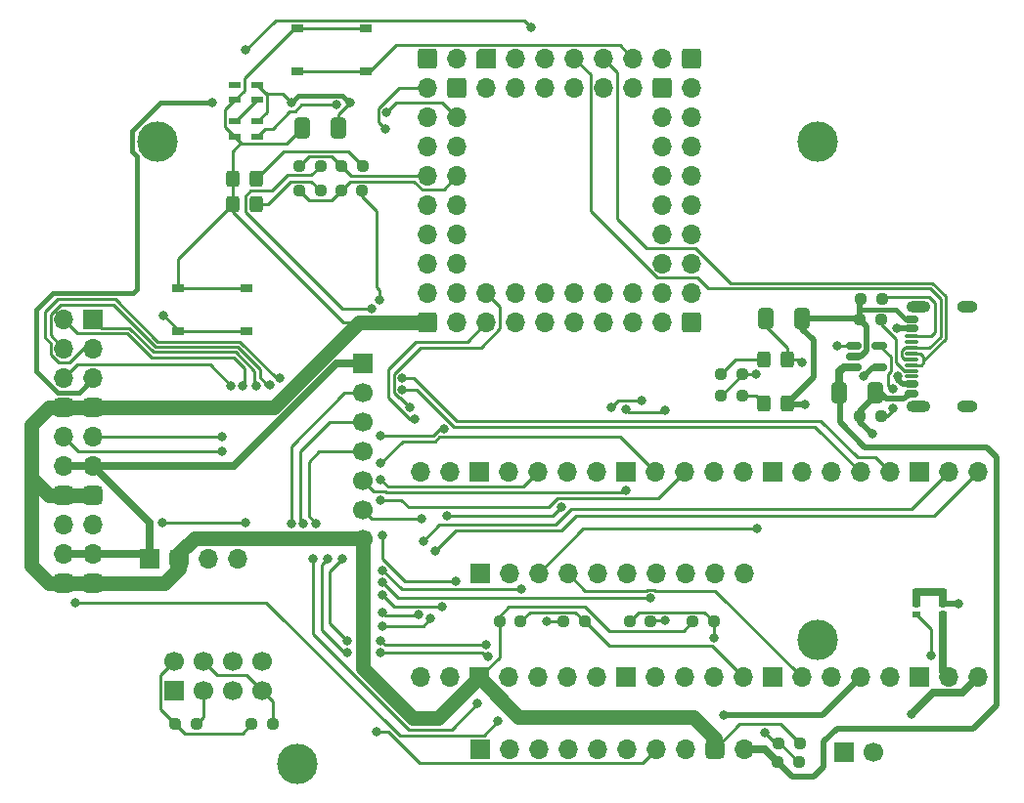
<source format=gbr>
%TF.GenerationSoftware,KiCad,Pcbnew,9.0.1*%
%TF.CreationDate,2025-04-18T18:57:09+02:00*%
%TF.ProjectId,hexapod2_cli,68657861-706f-4643-925f-636c692e6b69,rev?*%
%TF.SameCoordinates,Original*%
%TF.FileFunction,Copper,L1,Top*%
%TF.FilePolarity,Positive*%
%FSLAX46Y46*%
G04 Gerber Fmt 4.6, Leading zero omitted, Abs format (unit mm)*
G04 Created by KiCad (PCBNEW 9.0.1) date 2025-04-18 18:57:09*
%MOMM*%
%LPD*%
G01*
G04 APERTURE LIST*
G04 Aperture macros list*
%AMRoundRect*
0 Rectangle with rounded corners*
0 $1 Rounding radius*
0 $2 $3 $4 $5 $6 $7 $8 $9 X,Y pos of 4 corners*
0 Add a 4 corners polygon primitive as box body*
4,1,4,$2,$3,$4,$5,$6,$7,$8,$9,$2,$3,0*
0 Add four circle primitives for the rounded corners*
1,1,$1+$1,$2,$3*
1,1,$1+$1,$4,$5*
1,1,$1+$1,$6,$7*
1,1,$1+$1,$8,$9*
0 Add four rect primitives between the rounded corners*
20,1,$1+$1,$2,$3,$4,$5,0*
20,1,$1+$1,$4,$5,$6,$7,0*
20,1,$1+$1,$6,$7,$8,$9,0*
20,1,$1+$1,$8,$9,$2,$3,0*%
%AMOutline5P*
0 Free polygon, 5 corners , with rotation*
0 The origin of the aperture is its center*
0 number of corners: always 5*
0 $1 to $10 corner X, Y*
0 $11 Rotation angle, in degrees counterclockwise*
0 create outline with 5 corners*
4,1,5,$1,$2,$3,$4,$5,$6,$7,$8,$9,$10,$1,$2,$11*%
%AMOutline6P*
0 Free polygon, 6 corners , with rotation*
0 The origin of the aperture is its center*
0 number of corners: always 6*
0 $1 to $12 corner X, Y*
0 $13 Rotation angle, in degrees counterclockwise*
0 create outline with 6 corners*
4,1,6,$1,$2,$3,$4,$5,$6,$7,$8,$9,$10,$11,$12,$1,$2,$13*%
%AMOutline7P*
0 Free polygon, 7 corners , with rotation*
0 The origin of the aperture is its center*
0 number of corners: always 7*
0 $1 to $14 corner X, Y*
0 $15 Rotation angle, in degrees counterclockwise*
0 create outline with 7 corners*
4,1,7,$1,$2,$3,$4,$5,$6,$7,$8,$9,$10,$11,$12,$13,$14,$1,$2,$15*%
%AMOutline8P*
0 Free polygon, 8 corners , with rotation*
0 The origin of the aperture is its center*
0 number of corners: always 8*
0 $1 to $16 corner X, Y*
0 $17 Rotation angle, in degrees counterclockwise*
0 create outline with 8 corners*
4,1,8,$1,$2,$3,$4,$5,$6,$7,$8,$9,$10,$11,$12,$13,$14,$15,$16,$1,$2,$17*%
G04 Aperture macros list end*
%TA.AperFunction,ComponentPad*%
%ADD10R,1.700000X1.700000*%
%TD*%
%TA.AperFunction,ComponentPad*%
%ADD11O,1.700000X1.700000*%
%TD*%
%TA.AperFunction,SMDPad,CuDef*%
%ADD12RoundRect,0.150000X-0.512500X-0.150000X0.512500X-0.150000X0.512500X0.150000X-0.512500X0.150000X0*%
%TD*%
%TA.AperFunction,SMDPad,CuDef*%
%ADD13RoundRect,0.237500X0.250000X0.237500X-0.250000X0.237500X-0.250000X-0.237500X0.250000X-0.237500X0*%
%TD*%
%TA.AperFunction,ComponentPad*%
%ADD14RoundRect,0.425000X0.425000X-0.425000X0.425000X0.425000X-0.425000X0.425000X-0.425000X-0.425000X0*%
%TD*%
%TA.AperFunction,SMDPad,CuDef*%
%ADD15RoundRect,0.237500X-0.250000X-0.237500X0.250000X-0.237500X0.250000X0.237500X-0.250000X0.237500X0*%
%TD*%
%TA.AperFunction,SMDPad,CuDef*%
%ADD16R,1.000000X0.750000*%
%TD*%
%TA.AperFunction,SMDPad,CuDef*%
%ADD17R,0.700000X0.510000*%
%TD*%
%TA.AperFunction,ComponentPad*%
%ADD18C,1.700000*%
%TD*%
%TA.AperFunction,SMDPad,CuDef*%
%ADD19RoundRect,0.250000X0.325000X0.450000X-0.325000X0.450000X-0.325000X-0.450000X0.325000X-0.450000X0*%
%TD*%
%TA.AperFunction,SMDPad,CuDef*%
%ADD20RoundRect,0.250000X-0.325000X-0.450000X0.325000X-0.450000X0.325000X0.450000X-0.325000X0.450000X0*%
%TD*%
%TA.AperFunction,SMDPad,CuDef*%
%ADD21RoundRect,0.250000X-0.412500X-0.650000X0.412500X-0.650000X0.412500X0.650000X-0.412500X0.650000X0*%
%TD*%
%TA.AperFunction,SMDPad,CuDef*%
%ADD22R,1.000000X0.600000*%
%TD*%
%TA.AperFunction,SMDPad,CuDef*%
%ADD23RoundRect,0.150000X0.425000X-0.150000X0.425000X0.150000X-0.425000X0.150000X-0.425000X-0.150000X0*%
%TD*%
%TA.AperFunction,SMDPad,CuDef*%
%ADD24RoundRect,0.075000X0.500000X-0.075000X0.500000X0.075000X-0.500000X0.075000X-0.500000X-0.075000X0*%
%TD*%
%TA.AperFunction,HeatsinkPad*%
%ADD25O,2.100000X1.000000*%
%TD*%
%TA.AperFunction,HeatsinkPad*%
%ADD26O,1.800000X1.000000*%
%TD*%
%TA.AperFunction,ComponentPad*%
%ADD27RoundRect,0.250000X-0.600000X-0.600000X0.600000X-0.600000X0.600000X0.600000X-0.600000X0.600000X0*%
%TD*%
%TA.AperFunction,ComponentPad*%
%ADD28Outline5P,-0.850000X0.510000X-0.510000X0.850000X0.850000X0.850000X0.850000X-0.850000X-0.850000X-0.850000X0.000000*%
%TD*%
%TA.AperFunction,SMDPad,CuDef*%
%ADD29RoundRect,0.250000X0.412500X0.650000X-0.412500X0.650000X-0.412500X-0.650000X0.412500X-0.650000X0*%
%TD*%
%TA.AperFunction,ComponentPad*%
%ADD30RoundRect,0.425000X0.425000X0.425000X-0.425000X0.425000X-0.425000X-0.425000X0.425000X-0.425000X0*%
%TD*%
%TA.AperFunction,ViaPad*%
%ADD31C,3.500000*%
%TD*%
%TA.AperFunction,ViaPad*%
%ADD32C,0.800000*%
%TD*%
%TA.AperFunction,Conductor*%
%ADD33C,0.254000*%
%TD*%
%TA.AperFunction,Conductor*%
%ADD34C,1.270000*%
%TD*%
%TA.AperFunction,Conductor*%
%ADD35C,0.250000*%
%TD*%
%TA.AperFunction,Conductor*%
%ADD36C,0.381000*%
%TD*%
%TA.AperFunction,Conductor*%
%ADD37C,0.508000*%
%TD*%
%TA.AperFunction,Conductor*%
%ADD38C,0.635000*%
%TD*%
G04 APERTURE END LIST*
D10*
%TO.P,J2,1,Pin_1*%
%TO.N,unconnected-(J2-Pin_1-Pad1)*%
X131764000Y-109113400D03*
D11*
%TO.P,J2,2,Pin_2*%
%TO.N,unconnected-(J2-Pin_2-Pad2)*%
X134304000Y-109113400D03*
%TO.P,J2,3,Pin_3*%
%TO.N,/V_S_bat*%
X136844000Y-109113400D03*
%TO.P,J2,4,Pin_4*%
%TO.N,/V_pot*%
X139384000Y-109113400D03*
%TO.P,J2,5,Pin_5*%
%TO.N,/TX_SC*%
X141924000Y-109113400D03*
%TO.P,J2,6,Pin_6*%
%TO.N,/RX_SC*%
X144464000Y-109113400D03*
%TO.P,J2,7,Pin_7*%
%TO.N,/SPI_CS_3280*%
X147004000Y-109113400D03*
%TO.P,J2,8,Pin_8*%
%TO.N,/SPI_CLK_3280*%
X149544000Y-109113400D03*
%TO.P,J2,9,Pin_9*%
%TO.N,/SPI_RX_3280*%
X152084000Y-109113400D03*
%TO.P,J2,10,Pin_10*%
%TO.N,/SPI_TX_3280*%
X154624000Y-109113400D03*
%TD*%
D12*
%TO.P,U2,1,STAT*%
%TO.N,/STAT*%
X164089500Y-89347000D03*
%TO.P,U2,2,V_{SS}*%
%TO.N,GND1*%
X164089500Y-90297000D03*
%TO.P,U2,3,V_{BAT}*%
%TO.N,/Bat*%
X164089500Y-91247000D03*
%TO.P,U2,4,V_{DD}*%
%TO.N,Net-(D6-A)*%
X166364500Y-91247000D03*
%TO.P,U2,5,PROG*%
%TO.N,Net-(U2-PROG)*%
X166364500Y-89347000D03*
%TD*%
D13*
%TO.P,R5,1*%
%TO.N,/ADC0*%
X152019000Y-113284000D03*
%TO.P,R5,2*%
%TO.N,GND*%
X150194000Y-113284000D03*
%TD*%
D11*
%TO.P,U1,1,GPIO0*%
%TO.N,/RX_Cl*%
X174880000Y-100330000D03*
%TO.P,U1,2,GPIO1*%
%TO.N,/TX_Cl*%
X172340000Y-100330000D03*
D10*
%TO.P,U1,3,GND*%
%TO.N,GND1*%
X169800000Y-100330000D03*
D11*
%TO.P,U1,4,GPIO2*%
%TO.N,Net-(U1-GPIO2)*%
X167260000Y-100330000D03*
%TO.P,U1,5,GPIO3*%
%TO.N,Net-(U1-GPIO3)*%
X164720000Y-100330000D03*
%TO.P,U1,6,GPIO4*%
%TO.N,unconnected-(U1-GPIO4-Pad6)*%
X162180000Y-100330000D03*
%TO.P,U1,7,GPIO5*%
%TO.N,unconnected-(U1-GPIO5-Pad7)*%
X159640000Y-100330000D03*
D10*
%TO.P,U1,8,GND*%
%TO.N,unconnected-(U1-GND-Pad8)*%
X157100000Y-100330000D03*
D11*
%TO.P,U1,9,GPIO6*%
%TO.N,unconnected-(U1-GPIO6-Pad9)*%
X154560000Y-100330000D03*
%TO.P,U1,10,GPIO7*%
%TO.N,unconnected-(U1-GPIO7-Pad10)*%
X152020000Y-100330000D03*
%TO.P,U1,11,GPIO8*%
%TO.N,/_TX*%
X149480000Y-100330000D03*
%TO.P,U1,12,GPIO9*%
%TO.N,/_RX*%
X146940000Y-100330000D03*
D10*
%TO.P,U1,13,GND*%
%TO.N,unconnected-(U1-GND-Pad13)*%
X144400000Y-100330000D03*
D11*
%TO.P,U1,14,GPIO10*%
%TO.N,unconnected-(U1-GPIO10-Pad14)*%
X141860000Y-100330000D03*
%TO.P,U1,15,GPIO11*%
%TO.N,/_D2*%
X139320000Y-100330000D03*
%TO.P,U1,16,GPIO12*%
%TO.N,/_SDA*%
X136780000Y-100330000D03*
%TO.P,U1,17,GPIO13*%
%TO.N,/_SCL*%
X134240000Y-100330000D03*
D10*
%TO.P,U1,18,GND*%
%TO.N,unconnected-(U1-GND-Pad18)*%
X131700000Y-100330000D03*
D11*
%TO.P,U1,19,GPIO14*%
%TO.N,/TFT_BL*%
X129160000Y-100330000D03*
%TO.P,U1,20,GPIO15*%
%TO.N,unconnected-(U1-GPIO15-Pad20)*%
X126620000Y-100330000D03*
%TO.P,U1,21,GPIO16*%
%TO.N,/SPI_RX*%
X126620000Y-118110000D03*
%TO.P,U1,22,GPIO17*%
%TO.N,/TFT_CS*%
X129160000Y-118110000D03*
D10*
%TO.P,U1,23,GND*%
%TO.N,GND*%
X131700000Y-118110000D03*
D11*
%TO.P,U1,24,GPIO18*%
%TO.N,/TFT_CLK*%
X134240000Y-118110000D03*
%TO.P,U1,25,GPIO19*%
%TO.N,/TFT_TX*%
X136780000Y-118110000D03*
%TO.P,U1,26,GPIO20*%
%TO.N,/_D0*%
X139320000Y-118110000D03*
%TO.P,U1,27,GPIO21*%
%TO.N,/_D1*%
X141860000Y-118110000D03*
D10*
%TO.P,U1,28,GND*%
%TO.N,unconnected-(U1-GND-Pad28)*%
X144400000Y-118110000D03*
D11*
%TO.P,U1,29,GPIO22*%
%TO.N,/TFT_DC*%
X146940000Y-118110000D03*
%TO.P,U1,30,RUN*%
%TO.N,unconnected-(U1-RUN-Pad30)*%
X149480000Y-118110000D03*
%TO.P,U1,31,GPIO26_ADC0*%
%TO.N,/ADC0*%
X152020000Y-118110000D03*
%TO.P,U1,32,GPIO27_ADC1*%
%TO.N,/ADC1*%
X154560000Y-118110000D03*
D10*
%TO.P,U1,33,AGND*%
%TO.N,unconnected-(U1-AGND-Pad33)*%
X157100000Y-118110000D03*
D11*
%TO.P,U1,34,GPIO28_ADC2*%
%TO.N,/V_pot*%
X159640000Y-118110000D03*
%TO.P,U1,35,ADC_VREF*%
%TO.N,unconnected-(U1-ADC_VREF-Pad35)*%
X162180000Y-118110000D03*
%TO.P,U1,36,3V3*%
%TO.N,+3.3VA*%
X164720000Y-118110000D03*
%TO.P,U1,37,3V3_EN*%
%TO.N,unconnected-(U1-3V3_EN-Pad37)*%
X167260000Y-118110000D03*
D10*
%TO.P,U1,38,GND*%
%TO.N,unconnected-(U1-GND-Pad38)*%
X169800000Y-118110000D03*
D11*
%TO.P,U1,39,VSYS*%
%TO.N,Net-(Q1-S)*%
X172340000Y-118110000D03*
%TO.P,U1,40,VBUS*%
%TO.N,Net-(J8-Pin_2)*%
X174880000Y-118110000D03*
%TD*%
D10*
%TO.P,J1,1,Pin_1*%
%TO.N,/SCL1*%
X131764000Y-124353400D03*
D11*
%TO.P,J1,2,Pin_2*%
%TO.N,/SDA1*%
X134304000Y-124353400D03*
%TO.P,J1,3,Pin_3*%
%TO.N,/LED_y*%
X136844000Y-124353400D03*
%TO.P,J1,4,Pin_4*%
%TO.N,/buzzer*%
X139384000Y-124353400D03*
%TO.P,J1,5,Pin_5*%
%TO.N,unconnected-(J1-Pin_5-Pad5)*%
X141924000Y-124353400D03*
%TO.P,J1,6,Pin_6*%
%TO.N,unconnected-(J1-Pin_6-Pad6)*%
X144464000Y-124353400D03*
%TO.P,J1,7,Pin_7*%
%TO.N,+3.3VA*%
X147004000Y-124353400D03*
%TO.P,J1,8,Pin_8*%
%TO.N,unconnected-(J1-Pin_8-Pad8)*%
X149544000Y-124353400D03*
D14*
%TO.P,J1,9,Pin_9*%
%TO.N,GND*%
X152084000Y-124353400D03*
D11*
%TO.P,J1,10,Pin_10*%
%TO.N,/Bat*%
X154624000Y-124353400D03*
%TD*%
D15*
%TO.P,R11,1*%
%TO.N,Net-(J7-Pin_2)*%
X105386500Y-122174000D03*
%TO.P,R11,2*%
%TO.N,/TX_Cl*%
X107211500Y-122174000D03*
%TD*%
D16*
%TO.P,SW2,1,1*%
%TO.N,GND*%
X105585000Y-84358000D03*
X111585000Y-84358000D03*
%TO.P,SW2,2,2*%
%TO.N,/Run*%
X105585000Y-88108000D03*
X111585000Y-88108000D03*
%TD*%
D17*
%TO.P,Q1,1,D*%
%TO.N,+5V*%
X169511000Y-110749000D03*
%TO.P,Q1,2,D*%
X169511000Y-111699000D03*
%TO.P,Q1,3,G*%
%TO.N,Net-(J8-Pin_2)*%
X169511000Y-112649000D03*
%TO.P,Q1,4,S*%
%TO.N,Net-(Q1-S)*%
X171831000Y-112649000D03*
%TO.P,Q1,5,D*%
%TO.N,+5V*%
X171831000Y-111699000D03*
%TO.P,Q1,6,D*%
X171831000Y-110749000D03*
%TD*%
D10*
%TO.P,J7,1,Pin_1*%
%TO.N,+3.3VA*%
X105283000Y-119253000D03*
D18*
%TO.P,J7,2,Pin_2*%
%TO.N,Net-(J7-Pin_2)*%
X105283000Y-116713000D03*
%TO.P,J7,3,Pin_3*%
%TO.N,/TX_Cl*%
X107823000Y-119253000D03*
%TO.P,J7,4,Pin_4*%
%TO.N,/RX_Cl*%
X107823000Y-116713000D03*
%TO.P,J7,5,Pin_5*%
%TO.N,/TX_Srv*%
X110363000Y-119253000D03*
%TO.P,J7,6,Pin_6*%
%TO.N,/RX_Srv*%
X110363000Y-116713000D03*
%TO.P,J7,7,Pin_7*%
%TO.N,/RX_Cl*%
X112903000Y-119253000D03*
%TO.P,J7,8,Pin_8*%
%TO.N,/TX_Cl*%
X112903000Y-116713000D03*
%TD*%
D10*
%TO.P,J5,1,Pin_1*%
%TO.N,+5V*%
X121666000Y-90932000D03*
D18*
%TO.P,J5,2,Pin_2*%
%TO.N,/TFT_CS*%
X121666000Y-93472000D03*
%TO.P,J5,3,Pin_3*%
%TO.N,/TFT_CLK*%
X121666000Y-96012000D03*
%TO.P,J5,4,Pin_4*%
%TO.N,/TFT_TX*%
X121666000Y-98552000D03*
%TO.P,J5,5,Pin_5*%
%TO.N,/TFT_DC*%
X121666000Y-101092000D03*
%TO.P,J5,6,Pin_6*%
%TO.N,/TFT_BL*%
X121666000Y-103632000D03*
%TO.P,J5,7,Pin_7*%
%TO.N,GND*%
X121666000Y-106172000D03*
%TD*%
D13*
%TO.P,R16,1*%
%TO.N,Net-(J6-CC1)*%
X166497000Y-87122000D03*
%TO.P,R16,2*%
%TO.N,GND1*%
X164672000Y-87122000D03*
%TD*%
D15*
%TO.P,R14,1*%
%TO.N,Net-(D6-K)*%
X152630500Y-91821000D03*
%TO.P,R14,2*%
%TO.N,/STAT*%
X154455500Y-91821000D03*
%TD*%
%TO.P,R10,1*%
%TO.N,Net-(U3-GP7)*%
X116134500Y-75946000D03*
%TO.P,R10,2*%
%TO.N,Net-(D4-A)*%
X117959500Y-75946000D03*
%TD*%
%TO.P,R12,1*%
%TO.N,Net-(J7-Pin_2)*%
X111990500Y-122174000D03*
%TO.P,R12,2*%
%TO.N,/RX_Cl*%
X113815500Y-122174000D03*
%TD*%
D13*
%TO.P,R15,1*%
%TO.N,Net-(J6-CC2)*%
X166544000Y-85344000D03*
%TO.P,R15,2*%
%TO.N,GND1*%
X164719000Y-85344000D03*
%TD*%
D19*
%TO.P,D5,1,K*%
%TO.N,GND1*%
X158378000Y-94361000D03*
%TO.P,D5,2,A*%
%TO.N,Net-(D5-A)*%
X156328000Y-94361000D03*
%TD*%
D15*
%TO.P,R3,1*%
%TO.N,/ADC0*%
X144733000Y-113284000D03*
%TO.P,R3,2*%
%TO.N,/_Ai0*%
X146558000Y-113284000D03*
%TD*%
D20*
%TO.P,D6,1,K*%
%TO.N,Net-(D6-K)*%
X156328000Y-90551000D03*
%TO.P,D6,2,A*%
%TO.N,Net-(D6-A)*%
X158378000Y-90551000D03*
%TD*%
D15*
%TO.P,R2,1*%
%TO.N,/V_L_bat*%
X157607000Y-123825000D03*
%TO.P,R2,2*%
%TO.N,GND*%
X159432000Y-123825000D03*
%TD*%
%TO.P,R18,1*%
%TO.N,GND1*%
X164672000Y-95504000D03*
%TO.P,R18,2*%
%TO.N,Net-(U2-PROG)*%
X166497000Y-95504000D03*
%TD*%
D20*
%TO.P,D4,1,K*%
%TO.N,GND*%
X110345000Y-77089000D03*
%TO.P,D4,2,A*%
%TO.N,Net-(D4-A)*%
X112395000Y-77089000D03*
%TD*%
D15*
%TO.P,R7,1*%
%TO.N,Net-(U3-GP8)*%
X116134500Y-73787000D03*
%TO.P,R7,2*%
%TO.N,Net-(U1-GPIO3)*%
X117959500Y-73787000D03*
%TD*%
D21*
%TO.P,C2,1*%
%TO.N,Net-(D6-A)*%
X156552500Y-86995000D03*
%TO.P,C2,2*%
%TO.N,GND1*%
X159677500Y-86995000D03*
%TD*%
D15*
%TO.P,R4,1*%
%TO.N,/_Ai1*%
X139018000Y-113284000D03*
%TO.P,R4,2*%
%TO.N,/ADC1*%
X140843000Y-113284000D03*
%TD*%
D10*
%TO.P,J8,1,Pin_1*%
%TO.N,+5V*%
X163322000Y-124587000D03*
D18*
%TO.P,J8,2,Pin_2*%
%TO.N,Net-(J8-Pin_2)*%
X165862000Y-124587000D03*
%TD*%
D21*
%TO.P,C3,1*%
%TO.N,/Bat*%
X162902500Y-93472000D03*
%TO.P,C3,2*%
%TO.N,GND1*%
X166027500Y-93472000D03*
%TD*%
D10*
%TO.P,J4,1,Pin_1*%
%TO.N,+5V*%
X103200200Y-107848400D03*
D14*
%TO.P,J4,2,Pin_2*%
%TO.N,GND*%
X105740200Y-107848400D03*
D11*
%TO.P,J4,3,Pin_3*%
%TO.N,unconnected-(J4-Pin_3-Pad3)*%
X108280200Y-107848400D03*
%TO.P,J4,4,Pin_4*%
%TO.N,unconnected-(J4-Pin_4-Pad4)*%
X110820200Y-107848400D03*
%TD*%
D15*
%TO.P,R1,1*%
%TO.N,/Bat*%
X157560000Y-125476000D03*
%TO.P,R1,2*%
%TO.N,/V_L_bat*%
X159385000Y-125476000D03*
%TD*%
D16*
%TO.P,SW1,1,1*%
%TO.N,GND*%
X115920000Y-61879000D03*
X121920000Y-61879000D03*
%TO.P,SW1,2,2*%
%TO.N,/BootSel*%
X115920000Y-65629000D03*
X121920000Y-65629000D03*
%TD*%
D15*
%TO.P,R8,1*%
%TO.N,Net-(U3-GP7)*%
X119737500Y-75946000D03*
%TO.P,R8,2*%
%TO.N,Net-(U1-GPIO2)*%
X121562500Y-75946000D03*
%TD*%
D22*
%TO.P,D2,1,DOUT*%
%TO.N,unconnected-(D2-DOUT-Pad1)*%
X110522000Y-66772000D03*
%TO.P,D2,2,VSS*%
%TO.N,GND*%
X110522000Y-68072000D03*
%TO.P,D2,3,DIN*%
%TO.N,Net-(D1-DOUT)*%
X112522000Y-68072000D03*
%TO.P,D2,4,VDD*%
%TO.N,+3.3V*%
X112522000Y-66772000D03*
%TD*%
D23*
%TO.P,J6,A1,GND*%
%TO.N,GND1*%
X169167000Y-93497000D03*
%TO.P,J6,A4,VBUS*%
%TO.N,Net-(D6-A)*%
X169167000Y-92697000D03*
D24*
%TO.P,J6,A5,CC1*%
%TO.N,Net-(J6-CC1)*%
X169167000Y-91547000D03*
%TO.P,J6,A6,D+*%
%TO.N,/DP*%
X169167000Y-90547000D03*
%TO.P,J6,A7,D-*%
%TO.N,/DM*%
X169167000Y-90047000D03*
%TO.P,J6,A8,SBU1*%
%TO.N,unconnected-(J6-SBU1-PadA8)*%
X169167000Y-89047000D03*
D23*
%TO.P,J6,A9,VBUS*%
%TO.N,Net-(D6-A)*%
X169167000Y-87897000D03*
%TO.P,J6,A12,GND*%
%TO.N,GND1*%
X169167000Y-87097000D03*
%TO.P,J6,B1,GND*%
X169167000Y-87097000D03*
%TO.P,J6,B4,VBUS*%
%TO.N,Net-(D6-A)*%
X169167000Y-87897000D03*
D24*
%TO.P,J6,B5,CC2*%
%TO.N,Net-(J6-CC2)*%
X169167000Y-88547000D03*
%TO.P,J6,B6,D+*%
%TO.N,/DP*%
X169167000Y-89547000D03*
%TO.P,J6,B7,D-*%
%TO.N,/DM*%
X169167000Y-91047000D03*
%TO.P,J6,B8,SBU2*%
%TO.N,unconnected-(J6-SBU2-PadB8)*%
X169167000Y-92047000D03*
D23*
%TO.P,J6,B9,VBUS*%
%TO.N,Net-(D6-A)*%
X169167000Y-92697000D03*
%TO.P,J6,B12,GND*%
%TO.N,GND1*%
X169167000Y-93497000D03*
D25*
%TO.P,J6,S1,SHIELD*%
%TO.N,unconnected-(J6-SHIELD-PadS1)_1*%
X169742000Y-94617000D03*
D26*
%TO.N,unconnected-(J6-SHIELD-PadS1)*%
X173922000Y-94617000D03*
D25*
%TO.N,unconnected-(J6-SHIELD-PadS1)_2*%
X169742000Y-85977000D03*
D26*
%TO.N,unconnected-(J6-SHIELD-PadS1)_3*%
X173922000Y-85977000D03*
%TD*%
D27*
%TO.P,U3,-0*%
%TO.N,N/C*%
X127254000Y-64516000D03*
%TO.P,U3,-1*%
X150114000Y-64516000D03*
%TO.P,U3,-2*%
X129794000Y-67056000D03*
%TO.P,U3,-3*%
X147574000Y-67056000D03*
%TO.P,U3,-4,GND*%
%TO.N,GND*%
X127254000Y-87376000D03*
%TO.P,U3,-5*%
%TO.N,N/C*%
X150114000Y-87376000D03*
D11*
%TO.P,U3,0,GP0*%
%TO.N,/RX_Srv*%
X132334000Y-67056000D03*
%TO.P,U3,1,GP1*%
%TO.N,/TX_Srv*%
X129794000Y-64516000D03*
%TO.P,U3,2,GP2*%
%TO.N,/LED_y*%
X127254000Y-67056000D03*
%TO.P,U3,3,GP3*%
%TO.N,/NPix1*%
X129794000Y-69596000D03*
%TO.P,U3,3E,3V3_EN*%
%TO.N,unconnected-(U3-3V3_EN-Pad3E)*%
X134874000Y-64516000D03*
%TO.P,U3,3V,3V3*%
%TO.N,+3.3V*%
X134874000Y-67056000D03*
%TO.P,U3,4,GP4*%
%TO.N,/TX_SC*%
X127254000Y-69596000D03*
%TO.P,U3,5,GP5*%
%TO.N,/RX_SC*%
X129794000Y-72136000D03*
%TO.P,U3,6,GP6*%
%TO.N,/buzzer*%
X127254000Y-72136000D03*
%TO.P,U3,7,GP7*%
%TO.N,Net-(U3-GP7)*%
X129794000Y-74676000D03*
%TO.P,U3,8,GP8*%
%TO.N,Net-(U3-GP8)*%
X127254000Y-74676000D03*
%TO.P,U3,9,GP9*%
%TO.N,unconnected-(U3-GP9-Pad9)*%
X129794000Y-77216000D03*
%TO.P,U3,10,GP10*%
%TO.N,/SPI_CLK_3280*%
X127254000Y-77216000D03*
%TO.P,U3,11,GP11*%
%TO.N,/SPI_TX_3280*%
X129794000Y-79756000D03*
%TO.P,U3,12,GP12*%
%TO.N,/SPI_RX_3280*%
X127254000Y-79756000D03*
%TO.P,U3,13,GP13*%
%TO.N,/SPI_CS_3280*%
X129794000Y-82296000D03*
%TO.P,U3,14,GP14*%
%TO.N,unconnected-(U3-GP14-Pad14)*%
X127254000Y-82296000D03*
%TO.P,U3,15,GP15*%
%TO.N,unconnected-(U3-GP15-Pad15)*%
X129794000Y-84836000D03*
%TO.P,U3,16,GP16*%
%TO.N,unconnected-(U3-GP16-Pad16)*%
X127254000Y-84836000D03*
%TO.P,U3,17,GP17*%
%TO.N,unconnected-(U3-GP17-Pad17)*%
X129794000Y-87376000D03*
%TO.P,U3,18,GP18*%
%TO.N,/SDA1*%
X132334000Y-87376000D03*
%TO.P,U3,19,GP19*%
%TO.N,/SCL1*%
X132334000Y-84836000D03*
%TO.P,U3,20,GP20*%
%TO.N,unconnected-(U3-GP20-Pad20)*%
X134874000Y-87376000D03*
%TO.P,U3,21,GP21*%
%TO.N,unconnected-(U3-GP21-Pad21)*%
X134874000Y-84836000D03*
%TO.P,U3,22,GP22*%
%TO.N,unconnected-(U3-GP22-Pad22)*%
X137414000Y-87376000D03*
%TO.P,U3,23,GP23*%
%TO.N,unconnected-(U3-GP23-Pad23)*%
X137414000Y-84836000D03*
%TO.P,U3,24,GP24*%
%TO.N,unconnected-(U3-GP24-Pad24)*%
X139954000Y-87376000D03*
%TO.P,U3,25,GP25*%
%TO.N,unconnected-(U3-GP25-Pad25)*%
X139954000Y-84836000D03*
%TO.P,U3,26,GP26*%
%TO.N,unconnected-(U3-GP26-Pad26)*%
X142494000Y-87376000D03*
%TO.P,U3,27,GP27*%
%TO.N,unconnected-(U3-GP27-Pad27)*%
X142494000Y-84836000D03*
%TO.P,U3,28,GP28*%
%TO.N,unconnected-(U3-GP28-Pad28)*%
X145034000Y-87376000D03*
%TO.P,U3,29,GP29*%
%TO.N,unconnected-(U3-GP29-Pad29)*%
X145034000Y-84836000D03*
%TO.P,U3,30,GP30*%
%TO.N,unconnected-(U3-GP30-Pad30)*%
X147574000Y-87376000D03*
%TO.P,U3,31,GP31*%
%TO.N,unconnected-(U3-GP31-Pad31)*%
X147574000Y-84836000D03*
%TO.P,U3,32,GP32*%
%TO.N,unconnected-(U3-GP32-Pad32)*%
X150114000Y-84836000D03*
%TO.P,U3,33,GP33*%
%TO.N,unconnected-(U3-GP33-Pad33)*%
X147574000Y-82296000D03*
%TO.P,U3,34,GP34*%
%TO.N,unconnected-(U3-GP34-Pad34)*%
X150114000Y-82296000D03*
%TO.P,U3,35,GP35*%
%TO.N,unconnected-(U3-GP35-Pad35)*%
X147574000Y-79756000D03*
%TO.P,U3,36,GP36*%
%TO.N,unconnected-(U3-GP36-Pad36)*%
X150114000Y-79756000D03*
%TO.P,U3,37,GP37*%
%TO.N,unconnected-(U3-GP37-Pad37)*%
X147574000Y-77216000D03*
%TO.P,U3,38,GP38*%
%TO.N,unconnected-(U3-GP38-Pad38)*%
X150114000Y-77216000D03*
%TO.P,U3,39,GP39*%
%TO.N,unconnected-(U3-GP39-Pad39)*%
X147574000Y-74676000D03*
%TO.P,U3,40,GP40*%
%TO.N,unconnected-(U3-GP40-Pad40)*%
X150114000Y-74676000D03*
%TO.P,U3,41,GP41*%
%TO.N,/V_L_bat*%
X147574000Y-72136000D03*
%TO.P,U3,42,GP24*%
%TO.N,/V_S_bat*%
X150114000Y-72136000D03*
%TO.P,U3,43,GP43*%
%TO.N,unconnected-(U3-GP43-Pad43)*%
X147574000Y-69596000D03*
%TO.P,U3,44,GP44*%
%TO.N,unconnected-(U3-GP44-Pad44)*%
X150114000Y-69596000D03*
%TO.P,U3,45,GP45*%
%TO.N,unconnected-(U3-GP45-Pad45)*%
X150114000Y-67056000D03*
%TO.P,U3,46,GP46*%
%TO.N,unconnected-(U3-GP46-Pad46)*%
X147574000Y-64516000D03*
%TO.P,U3,47,GP47*%
%TO.N,unconnected-(U3-GP47-Pad47)*%
X145034000Y-67056000D03*
%TO.P,U3,AV,ADC_REF*%
%TO.N,unconnected-(U3-ADC_REF-PadAV)*%
X137414000Y-67056000D03*
%TO.P,U3,BS,BOOT_SEL*%
%TO.N,/BootSel*%
X145034000Y-64516000D03*
%TO.P,U3,RU,RUN*%
%TO.N,/Run*%
X137414000Y-64516000D03*
%TO.P,U3,SC,SWCLK*%
%TO.N,unconnected-(U3-SWCLK-PadSC)*%
X139954000Y-67056000D03*
%TO.P,U3,SD,SWDIO*%
%TO.N,unconnected-(U3-SWDIO-PadSD)*%
X142494000Y-67056000D03*
%TO.P,U3,U+,USB_DP*%
%TO.N,/DP*%
X139954000Y-64516000D03*
%TO.P,U3,U-,USB_DM*%
%TO.N,/DM*%
X142494000Y-64516000D03*
D28*
%TO.P,U3,VB,VBUS*%
%TO.N,+5V*%
X132334000Y-64516000D03*
%TD*%
D22*
%TO.P,D1,1,DOUT*%
%TO.N,Net-(D1-DOUT)*%
X110522000Y-69947000D03*
%TO.P,D1,2,VSS*%
%TO.N,GND*%
X110522000Y-71247000D03*
%TO.P,D1,3,DIN*%
%TO.N,/NPix1*%
X112522000Y-71247000D03*
%TO.P,D1,4,VDD*%
%TO.N,+3.3V*%
X112522000Y-69947000D03*
%TD*%
D29*
%TO.P,C1,1*%
%TO.N,+3.3V*%
X119507000Y-70485000D03*
%TO.P,C1,2*%
%TO.N,GND*%
X116382000Y-70485000D03*
%TD*%
D13*
%TO.P,R6,1*%
%TO.N,/ADC1*%
X135278500Y-113284000D03*
%TO.P,R6,2*%
%TO.N,GND*%
X133453500Y-113284000D03*
%TD*%
D15*
%TO.P,R9,1*%
%TO.N,Net-(U3-GP8)*%
X119761000Y-73787000D03*
%TO.P,R9,2*%
%TO.N,Net-(D3-A)*%
X121586000Y-73787000D03*
%TD*%
D13*
%TO.P,R17,1*%
%TO.N,Net-(D5-A)*%
X154455500Y-93726000D03*
%TO.P,R17,2*%
%TO.N,/STAT*%
X152630500Y-93726000D03*
%TD*%
D20*
%TO.P,D3,1,K*%
%TO.N,GND*%
X110345000Y-74930000D03*
%TO.P,D3,2,A*%
%TO.N,Net-(D3-A)*%
X112395000Y-74930000D03*
%TD*%
D10*
%TO.P,J3,1,Pin_1*%
%TO.N,/_SDA*%
X98298000Y-87122000D03*
D11*
%TO.P,J3,2,Pin_2*%
%TO.N,/_TX*%
X95758000Y-87122000D03*
%TO.P,J3,3,Pin_3*%
%TO.N,/_SCL*%
X98298000Y-89662000D03*
%TO.P,J3,4,Pin_4*%
%TO.N,/_RX*%
X95758000Y-89662000D03*
%TO.P,J3,5,Pin_5*%
%TO.N,+3.3V*%
X98298000Y-92202000D03*
%TO.P,J3,6,Pin_6*%
%TO.N,/_D1*%
X95758000Y-92202000D03*
D30*
%TO.P,J3,7,Pin_7*%
%TO.N,GND*%
X98298000Y-94742000D03*
%TO.P,J3,8,Pin_8*%
X95758000Y-94742000D03*
D11*
%TO.P,J3,9,Pin_9*%
%TO.N,/_Ai1*%
X98298000Y-97282000D03*
%TO.P,J3,10,Pin_10*%
%TO.N,/_Ai0*%
X95758000Y-97282000D03*
%TO.P,J3,11,Pin_11*%
%TO.N,+5V*%
X98298000Y-99822000D03*
%TO.P,J3,12,Pin_12*%
X95758000Y-99822000D03*
D30*
%TO.P,J3,13,Pin_13*%
%TO.N,GND*%
X98298000Y-102362000D03*
%TO.P,J3,14,Pin_14*%
X95758000Y-102362000D03*
D11*
%TO.P,J3,15,Pin_15*%
%TO.N,/_D2*%
X98298000Y-104902000D03*
%TO.P,J3,16,Pin_16*%
%TO.N,/_D0*%
X95758000Y-104902000D03*
%TO.P,J3,17,Pin_17*%
%TO.N,+5V*%
X98298000Y-107442000D03*
%TO.P,J3,18,Pin_18*%
X95758000Y-107442000D03*
D30*
%TO.P,J3,19,Pin_19*%
%TO.N,GND*%
X98298000Y-109982000D03*
%TO.P,J3,20,Pin_20*%
X95758000Y-109982000D03*
%TD*%
D31*
%TO.N,*%
X160999400Y-114828400D03*
X115914400Y-125598000D03*
X103824000Y-71648400D03*
X160974000Y-71648400D03*
D32*
%TO.N,/LED_y*%
X123571000Y-70612000D03*
%TO.N,/_SDA*%
X123190000Y-100965000D03*
X112395000Y-92837000D03*
%TO.N,/_SCL*%
X114427000Y-92202000D03*
X128651000Y-96572000D03*
X123190000Y-97188000D03*
%TO.N,/_D2*%
X123317000Y-110998000D03*
X111439681Y-104714319D03*
X128524000Y-111977000D03*
X104267000Y-104714319D03*
X138811000Y-103341000D03*
X128905000Y-104140000D03*
%TO.N,+3.3V*%
X120523000Y-68326000D03*
X115443000Y-68326000D03*
X108585000Y-68326000D03*
%TO.N,/V_S_bat*%
X155738000Y-105247000D03*
%TO.N,/SPI_RX_3280*%
X143117939Y-94743073D03*
X145796000Y-94147067D03*
%TO.N,/SPI_TX_3280*%
X147828000Y-94996000D03*
X144392933Y-94875067D03*
%TO.N,+5V*%
X173228000Y-111760000D03*
%TO.N,/RX_Cl*%
X127889000Y-107188000D03*
X127508000Y-113030000D03*
X123317000Y-113665000D03*
%TO.N,/TX_Cl*%
X126873000Y-106299000D03*
X123352000Y-112522000D03*
X126457000Y-112704000D03*
%TO.N,/SCL1*%
X125720265Y-94751357D03*
%TO.N,/SDA1*%
X126111000Y-95758000D03*
%TO.N,/_D0*%
X133350000Y-121920000D03*
X96774000Y-111633000D03*
%TO.N,/_TX*%
X123190000Y-102743000D03*
X111252000Y-92837000D03*
%TO.N,/V_L_bat*%
X156464000Y-122901000D03*
%TO.N,/NPix1*%
X123698000Y-69116500D03*
X119339368Y-68481500D03*
%TO.N,+3.3VA*%
X122809000Y-122809000D03*
X152908000Y-121412000D03*
%TO.N,/TFT_CS*%
X115406000Y-104775000D03*
X117348000Y-107823000D03*
X131572000Y-120396000D03*
%TO.N,/TFT_CLK*%
X132455933Y-116325933D03*
X116459000Y-104775000D03*
X120269000Y-115951000D03*
X123190000Y-115951000D03*
X118618000Y-107823000D03*
%TO.N,/TFT_TX*%
X117602000Y-104775000D03*
X123190000Y-114935000D03*
X120269000Y-114950997D03*
X132334000Y-115316000D03*
X119888000Y-107823000D03*
%TO.N,/TFT_DC*%
X144399000Y-101891000D03*
%TO.N,/TFT_BL*%
X126746000Y-104394000D03*
%TO.N,/_RX*%
X123190000Y-99568000D03*
X113572076Y-92802923D03*
%TO.N,/_D1*%
X110236000Y-92837000D03*
X123317000Y-105791000D03*
X129667000Y-109765000D03*
%TO.N,/_Ai0*%
X109474000Y-98552000D03*
X146558000Y-111252000D03*
X123317000Y-109855000D03*
X147828000Y-113208000D03*
%TO.N,/_Ai1*%
X137541000Y-113284000D03*
X109474000Y-97282000D03*
X123317000Y-108854997D03*
X135382000Y-110490000D03*
%TO.N,/ADC0*%
X152019000Y-114681000D03*
%TO.N,/Run*%
X111506000Y-63754000D03*
X104394000Y-86741000D03*
X136207500Y-61785500D03*
%TO.N,Net-(U1-GPIO3)*%
X122428000Y-86141000D03*
X125024726Y-93161274D03*
%TO.N,Net-(U1-GPIO2)*%
X123053945Y-85361129D03*
X125025726Y-92134142D03*
%TO.N,Net-(D6-A)*%
X167894000Y-87884000D03*
X167954342Y-92009483D03*
X159632933Y-90798933D03*
X165011136Y-92025642D03*
%TO.N,/STAT*%
X162687000Y-89347000D03*
X155702000Y-91821000D03*
%TO.N,Net-(U2-PROG)*%
X167513000Y-94834000D03*
X167501120Y-93126000D03*
%TO.N,GND1*%
X165735000Y-97028000D03*
X159893000Y-94488000D03*
%TO.N,Net-(J8-Pin_2)*%
X170815000Y-116205000D03*
X169164000Y-121285000D03*
%TD*%
D33*
%TO.N,/LED_y*%
X124728952Y-67056000D02*
X122970000Y-68814952D01*
X122970000Y-70011000D02*
X123571000Y-70612000D01*
X122970000Y-68814952D02*
X122970000Y-70011000D01*
X123571000Y-70612000D02*
X123698000Y-70739000D01*
X127254000Y-67056000D02*
X124728952Y-67056000D01*
%TO.N,GND*%
X110522000Y-68072000D02*
X109694000Y-68900000D01*
X111150000Y-71875000D02*
X114992000Y-71875000D01*
X111077500Y-71802500D02*
X110345000Y-72535000D01*
D34*
X128144000Y-121666000D02*
X131700000Y-118110000D01*
D33*
X142939820Y-114087000D02*
X140878820Y-112026000D01*
X110345000Y-74930000D02*
X110345000Y-77089000D01*
D34*
X94488000Y-94742000D02*
X92964000Y-96266000D01*
D33*
X110345000Y-77789000D02*
X119932000Y-87376000D01*
D34*
X98298000Y-109982000D02*
X95758000Y-109982000D01*
D33*
X110522000Y-74753000D02*
X110345000Y-74930000D01*
X110345000Y-77107000D02*
X105585000Y-81867000D01*
D34*
X92964000Y-99060000D02*
X92964000Y-100838000D01*
X92964000Y-100838000D02*
X94488000Y-102362000D01*
D33*
X109694000Y-70419000D02*
X110522000Y-71247000D01*
D34*
X121304704Y-87376000D02*
X127254000Y-87376000D01*
D33*
X111350000Y-66196000D02*
X115697000Y-61849000D01*
X119932000Y-87376000D02*
X121304704Y-87376000D01*
X110522000Y-68072000D02*
X111350000Y-67244000D01*
D34*
X131700000Y-118110000D02*
X135129000Y-121539000D01*
D33*
X140878820Y-112026000D02*
X134227000Y-112026000D01*
D34*
X98298000Y-94742000D02*
X113938704Y-94742000D01*
D33*
X110345000Y-77089000D02*
X110345000Y-77789000D01*
D34*
X94488000Y-109982000D02*
X92964000Y-108458000D01*
D33*
X121521000Y-61849000D02*
X121551000Y-61879000D01*
D34*
X95758000Y-94742000D02*
X98298000Y-94742000D01*
X113938704Y-94742000D02*
X121304704Y-87376000D01*
D33*
X134227000Y-112026000D02*
X133453500Y-112799500D01*
X110345000Y-72535000D02*
X110345000Y-74930000D01*
D34*
X95758000Y-94742000D02*
X94488000Y-94742000D01*
D33*
X157781000Y-122174000D02*
X157480000Y-122174000D01*
X133453500Y-116356500D02*
X131700000Y-118110000D01*
X159432000Y-123825000D02*
X157781000Y-122174000D01*
D34*
X152084000Y-123382000D02*
X152084000Y-124353400D01*
D33*
X150194000Y-113284000D02*
X149391000Y-114087000D01*
D34*
X95758000Y-102362000D02*
X98298000Y-102362000D01*
D33*
X105585000Y-84358000D02*
X111585000Y-84358000D01*
X115697000Y-61849000D02*
X121521000Y-61849000D01*
D34*
X125984000Y-121666000D02*
X128144000Y-121666000D01*
D33*
X157480000Y-122174000D02*
X154263400Y-122174000D01*
X133453500Y-112799500D02*
X133453500Y-113284000D01*
X111350000Y-67244000D02*
X111350000Y-66196000D01*
D34*
X107061000Y-106045000D02*
X121539000Y-106045000D01*
X121539000Y-106045000D02*
X121666000Y-106172000D01*
D33*
X133453500Y-113284000D02*
X133453500Y-116356500D01*
X154263400Y-122174000D02*
X152084000Y-124353400D01*
D34*
X95758000Y-109982000D02*
X94488000Y-109982000D01*
D33*
X110345000Y-77089000D02*
X110345000Y-77107000D01*
D34*
X121666000Y-106172000D02*
X121666000Y-117348000D01*
X135129000Y-121539000D02*
X150241000Y-121539000D01*
D33*
X110522000Y-71247000D02*
X111077500Y-71802500D01*
D34*
X92964000Y-108458000D02*
X92964000Y-99060000D01*
X98298000Y-109982000D02*
X104456599Y-109982000D01*
X105740200Y-107848400D02*
X105740200Y-107365800D01*
D33*
X111077500Y-71802500D02*
X111150000Y-71875000D01*
D34*
X105740200Y-107365800D02*
X107061000Y-106045000D01*
X104456599Y-109982000D02*
X105740200Y-108698399D01*
D33*
X149391000Y-114087000D02*
X142939820Y-114087000D01*
D34*
X150241000Y-121539000D02*
X152084000Y-123382000D01*
X92964000Y-96266000D02*
X92964000Y-99060000D01*
D33*
X105585000Y-81867000D02*
X105585000Y-84358000D01*
D34*
X121666000Y-117348000D02*
X125984000Y-121666000D01*
D33*
X114992000Y-71875000D02*
X116382000Y-70485000D01*
X121551000Y-61879000D02*
X121920000Y-61879000D01*
D34*
X94488000Y-102362000D02*
X95758000Y-102362000D01*
D33*
X109694000Y-68900000D02*
X109694000Y-70419000D01*
D34*
X105740200Y-108698399D02*
X105740200Y-107848400D01*
D35*
%TO.N,/_SDA*%
X110614190Y-89916000D02*
X112268000Y-91569810D01*
X98298000Y-87122000D02*
X99023000Y-87847000D01*
X123825000Y-101600000D02*
X135510000Y-101600000D01*
X123190000Y-100965000D02*
X123825000Y-101600000D01*
X103502190Y-89916000D02*
X110614190Y-89916000D01*
X112268000Y-91569810D02*
X112268000Y-92710000D01*
X112268000Y-92710000D02*
X112395000Y-92837000D01*
X99023000Y-87847000D02*
X101433190Y-87847000D01*
X135510000Y-101600000D02*
X136780000Y-100330000D01*
X101433190Y-87847000D02*
X103502190Y-89916000D01*
%TO.N,/_SCL*%
X94582000Y-90149116D02*
X94582000Y-89174884D01*
X123190000Y-97188000D02*
X127729000Y-97188000D01*
X96934000Y-90149116D02*
X96245116Y-90838000D01*
X98298000Y-89662000D02*
X97419701Y-89662000D01*
X100197850Y-85336040D02*
X103875810Y-89014000D01*
X103875810Y-89014000D02*
X110987810Y-89014000D01*
X128345000Y-96572000D02*
X128651000Y-96572000D01*
X127729000Y-97188000D02*
X128345000Y-96572000D01*
X96245116Y-90838000D02*
X95270884Y-90838000D01*
X94132000Y-88673810D02*
X94132000Y-86448489D01*
X96934000Y-90147701D02*
X96934000Y-90149116D01*
X95270884Y-90838000D02*
X94582000Y-90149116D01*
X95244449Y-85336040D02*
X100197850Y-85336040D01*
X94607537Y-89149347D02*
X94132000Y-88673810D01*
X94582000Y-89174884D02*
X94607537Y-89149347D01*
X114175810Y-92202000D02*
X114427000Y-92202000D01*
X97419701Y-89662000D02*
X96934000Y-90147701D01*
X94132000Y-86448489D02*
X95244449Y-85336040D01*
X110987810Y-89014000D02*
X114175810Y-92202000D01*
D33*
%TO.N,/_D2*%
X138012000Y-104140000D02*
X138811000Y-103341000D01*
X128524000Y-111977000D02*
X124296000Y-111977000D01*
X128905000Y-104140000D02*
X138012000Y-104140000D01*
X124296000Y-111977000D02*
X123317000Y-110998000D01*
X104267000Y-104714319D02*
X111439681Y-104714319D01*
%TO.N,+3.3V*%
X119507000Y-70485000D02*
X119507000Y-69342000D01*
D36*
X102108000Y-72960939D02*
X101682500Y-72535439D01*
X94758460Y-84819540D02*
X101743460Y-84819540D01*
D33*
X112522000Y-66772000D02*
X113350000Y-67600000D01*
D36*
X101682500Y-70761361D02*
X104117861Y-68326000D01*
X98298000Y-92202000D02*
X97056500Y-93443500D01*
X95243753Y-93443500D02*
X93345000Y-91544747D01*
X119888000Y-67691000D02*
X120523000Y-68326000D01*
X101682500Y-72535439D02*
X101682500Y-70761361D01*
X97056500Y-93443500D02*
X95243753Y-93443500D01*
D33*
X113350000Y-67600000D02*
X113350000Y-69119000D01*
D36*
X93345000Y-86233000D02*
X94758460Y-84819540D01*
X93345000Y-91544747D02*
X93345000Y-86233000D01*
X102108000Y-84455000D02*
X102108000Y-72960939D01*
D33*
X113314000Y-67564000D02*
X114681000Y-67564000D01*
X112522000Y-66772000D02*
X113314000Y-67564000D01*
X113350000Y-69119000D02*
X112522000Y-69947000D01*
D36*
X116078000Y-67691000D02*
X119888000Y-67691000D01*
D33*
X114681000Y-67564000D02*
X115443000Y-68326000D01*
X119507000Y-69342000D02*
X120523000Y-68326000D01*
D36*
X115443000Y-68326000D02*
X116078000Y-67691000D01*
X104117861Y-68326000D02*
X108585000Y-68326000D01*
X101743460Y-84819540D02*
X102108000Y-84455000D01*
D37*
%TO.N,/Bat*%
X162941000Y-96012000D02*
X165100000Y-98171000D01*
X176530000Y-99060000D02*
X176530000Y-120523000D01*
X158830000Y-126746000D02*
X157560000Y-125476000D01*
X160655000Y-126746000D02*
X158830000Y-126746000D01*
X165100000Y-98171000D02*
X175641000Y-98171000D01*
X162687000Y-122555000D02*
X161544000Y-123698000D01*
X162941000Y-93814500D02*
X162941000Y-96012000D01*
X161544000Y-123698000D02*
X161544000Y-125857000D01*
D38*
X154624000Y-124353400D02*
X156437400Y-124353400D01*
X162902500Y-91782500D02*
X162902500Y-93472000D01*
D37*
X175641000Y-98171000D02*
X176530000Y-99060000D01*
X174498000Y-122555000D02*
X162687000Y-122555000D01*
D38*
X163261000Y-91247000D02*
X162902500Y-91605500D01*
D37*
X176530000Y-120523000D02*
X174498000Y-122555000D01*
X163283500Y-93472000D02*
X162941000Y-93814500D01*
D38*
X162902500Y-91605500D02*
X162902500Y-91782500D01*
X164089500Y-91247000D02*
X163261000Y-91247000D01*
D37*
X161544000Y-125857000D02*
X160655000Y-126746000D01*
D38*
X156437400Y-124353400D02*
X157560000Y-125476000D01*
D33*
%TO.N,/V_S_bat*%
X140710400Y-105247000D02*
X136844000Y-109113400D01*
X155738000Y-105247000D02*
X140710400Y-105247000D01*
%TO.N,/V_pot*%
X146952548Y-110617000D02*
X152147000Y-110617000D01*
X152147000Y-110617000D02*
X159640000Y-118110000D01*
X146859548Y-110524000D02*
X146952548Y-110617000D01*
X140887600Y-110617000D02*
X146163452Y-110617000D01*
X146256452Y-110524000D02*
X146859548Y-110524000D01*
X139384000Y-109113400D02*
X140887600Y-110617000D01*
X146163452Y-110617000D02*
X146256452Y-110524000D01*
%TO.N,/SPI_RX_3280*%
X145796000Y-94147067D02*
X143713945Y-94147067D01*
X143713945Y-94147067D02*
X143117939Y-94743073D01*
%TO.N,/SPI_TX_3280*%
X144392933Y-94875067D02*
X144640866Y-95123000D01*
X147701000Y-95123000D02*
X147828000Y-94996000D01*
X144640866Y-95123000D02*
X147701000Y-95123000D01*
D38*
%TO.N,+5V*%
X98298000Y-99822000D02*
X103200200Y-104724200D01*
X169511000Y-110749000D02*
X169511000Y-111699000D01*
X171831000Y-110749000D02*
X171831000Y-111699000D01*
X119380000Y-90932000D02*
X121666000Y-90932000D01*
X110490000Y-99822000D02*
X119380000Y-90932000D01*
X98298000Y-107442000D02*
X102793800Y-107442000D01*
X95758000Y-99822000D02*
X98298000Y-99822000D01*
X103200200Y-104724200D02*
X103200200Y-107848400D01*
X102793800Y-107442000D02*
X103200200Y-107848400D01*
D37*
X173228000Y-111760000D02*
X171892000Y-111760000D01*
X171892000Y-111760000D02*
X171831000Y-111699000D01*
D38*
X169511000Y-110749000D02*
X171831000Y-110749000D01*
X98298000Y-99822000D02*
X110490000Y-99822000D01*
X95758000Y-107442000D02*
X98298000Y-107442000D01*
D33*
%TO.N,/RX_Cl*%
X112903000Y-119253000D02*
X113815500Y-120165500D01*
X111541000Y-117891000D02*
X112903000Y-119253000D01*
X113815500Y-120165500D02*
X113815500Y-122174000D01*
X140081000Y-104140000D02*
X171070000Y-104140000D01*
X123317000Y-113665000D02*
X126873000Y-113665000D01*
X129667000Y-105410000D02*
X138811000Y-105410000D01*
X138811000Y-105410000D02*
X140081000Y-104140000D01*
X171070000Y-104140000D02*
X174880000Y-100330000D01*
X107823000Y-116713000D02*
X109001000Y-117891000D01*
X127889000Y-107188000D02*
X129667000Y-105410000D01*
X109001000Y-117891000D02*
X111541000Y-117891000D01*
X126873000Y-113665000D02*
X127508000Y-113030000D01*
%TO.N,/TX_Cl*%
X169165000Y-103505000D02*
X172340000Y-100330000D01*
X123352000Y-112522000D02*
X123606000Y-112776000D01*
X126385000Y-112776000D02*
X126457000Y-112704000D01*
X139676548Y-103505000D02*
X169165000Y-103505000D01*
X123606000Y-112776000D02*
X126385000Y-112776000D01*
X126873000Y-106299000D02*
X128270000Y-104902000D01*
X107823000Y-121562500D02*
X107823000Y-119253000D01*
X138279548Y-104902000D02*
X139676548Y-103505000D01*
X128270000Y-104902000D02*
X138279548Y-104902000D01*
X107211500Y-122174000D02*
X107823000Y-121562500D01*
%TO.N,/SCL1*%
X125589781Y-94620873D02*
X125589781Y-94881841D01*
X126595320Y-89535000D02*
X124297726Y-91832594D01*
X125589781Y-94881841D02*
X125720265Y-94751357D01*
X124296726Y-92859726D02*
X124296726Y-93462822D01*
X131840944Y-89535000D02*
X126595320Y-89535000D01*
X133512000Y-87863944D02*
X131840944Y-89535000D01*
X124296726Y-93462822D02*
X124723178Y-93889274D01*
X124297726Y-92858726D02*
X124296726Y-92859726D01*
X124723178Y-93889274D02*
X124858182Y-93889274D01*
X133512000Y-86014000D02*
X133512000Y-87863944D01*
X132334000Y-84836000D02*
X133512000Y-86014000D01*
X124297726Y-91832594D02*
X124297726Y-92858726D01*
X124858182Y-93889274D02*
X125589781Y-94620873D01*
%TO.N,/SDA1*%
X126111000Y-95758000D02*
X125697360Y-95758000D01*
X130683000Y-89027000D02*
X132334000Y-87376000D01*
X125697360Y-95758000D02*
X123842726Y-93903366D01*
X123842726Y-93903366D02*
X123842726Y-91422274D01*
X123842726Y-91422274D02*
X126238000Y-89027000D01*
X126238000Y-89027000D02*
X130683000Y-89027000D01*
%TO.N,/_D0*%
X96774000Y-111633000D02*
X113283999Y-111633000D01*
X124826400Y-123175400D02*
X132094600Y-123175400D01*
X132094600Y-123175400D02*
X133350000Y-121920000D01*
X113283999Y-111633000D02*
X124826400Y-123175400D01*
D35*
%TO.N,/_TX*%
X111394997Y-91334617D02*
X110427380Y-90367000D01*
X110427380Y-90367000D02*
X103315380Y-90367000D01*
X125603000Y-103378000D02*
X137747280Y-103378000D01*
X147194000Y-102616000D02*
X149480000Y-100330000D01*
X97122000Y-88297000D02*
X96933000Y-88297000D01*
X137747280Y-103378000D02*
X138510280Y-102615000D01*
X124968000Y-102743000D02*
X125603000Y-103378000D01*
X139112720Y-102616000D02*
X147194000Y-102616000D01*
X139111720Y-102615000D02*
X139112720Y-102616000D01*
X101246380Y-88298000D02*
X97122000Y-88298000D01*
X96933000Y-88297000D02*
X95758000Y-87122000D01*
X111252000Y-92837000D02*
X111394997Y-92694003D01*
X123190000Y-102743000D02*
X124968000Y-102743000D01*
X138510280Y-102615000D02*
X139111720Y-102615000D01*
X111394997Y-92694003D02*
X111394997Y-91334617D01*
X103315380Y-90367000D02*
X101246380Y-88298000D01*
X97122000Y-88298000D02*
X97122000Y-88297000D01*
D38*
%TO.N,Net-(Q1-S)*%
X171831000Y-117601000D02*
X172340000Y-118110000D01*
X171831000Y-112649000D02*
X171831000Y-117601000D01*
D33*
%TO.N,Net-(D1-DOUT)*%
X112522000Y-68072000D02*
X110647000Y-69947000D01*
X110647000Y-69947000D02*
X110522000Y-69947000D01*
%TO.N,/V_L_bat*%
X157607000Y-123825000D02*
X157734000Y-123825000D01*
X157388000Y-123825000D02*
X156464000Y-122901000D01*
X157607000Y-123825000D02*
X157388000Y-123825000D01*
X157734000Y-123825000D02*
X159385000Y-125476000D01*
%TO.N,/NPix1*%
X115316000Y-69054000D02*
X115316000Y-69088000D01*
X113194000Y-70575000D02*
X112522000Y-71247000D01*
X115316000Y-69088000D02*
X113829000Y-70575000D01*
X128524000Y-68326000D02*
X129794000Y-69596000D01*
X124488500Y-68326000D02*
X128524000Y-68326000D01*
X123698000Y-69116500D02*
X124488500Y-68326000D01*
X116317048Y-68481500D02*
X115744548Y-69054000D01*
X113829000Y-70575000D02*
X113194000Y-70575000D01*
X115744548Y-69054000D02*
X115316000Y-69054000D01*
X119339368Y-68481500D02*
X116317048Y-68481500D01*
D37*
%TO.N,+3.3VA*%
X161418000Y-121412000D02*
X152908000Y-121412000D01*
D33*
X123816532Y-122809000D02*
X126538932Y-125531400D01*
X122809000Y-122809000D02*
X123816532Y-122809000D01*
X145826000Y-125531400D02*
X147004000Y-124353400D01*
D37*
X164720000Y-118110000D02*
X161418000Y-121412000D01*
D33*
X126538932Y-125531400D02*
X145826000Y-125531400D01*
%TO.N,/TFT_CS*%
X129339000Y-122629000D02*
X131572000Y-120396000D01*
X120015000Y-93472000D02*
X121666000Y-93472000D01*
X125585112Y-122629000D02*
X129339000Y-122629000D01*
X117348000Y-114391888D02*
X125585112Y-122629000D01*
X117348000Y-107823000D02*
X117348000Y-114391888D01*
X115406000Y-98081000D02*
X120015000Y-93472000D01*
X115406000Y-104775000D02*
X115406000Y-98081000D01*
%TO.N,/TFT_CLK*%
X132327933Y-116325933D02*
X131953000Y-115951000D01*
X116459000Y-104775000D02*
X116205000Y-104521000D01*
X131953000Y-115951000D02*
X123190000Y-115951000D01*
X132455933Y-116325933D02*
X132327933Y-116325933D01*
X118745000Y-96012000D02*
X121666000Y-96012000D01*
X120269000Y-115951000D02*
X120015000Y-115951000D01*
X116205000Y-104521000D02*
X116205000Y-98552000D01*
X120015000Y-115951000D02*
X118110000Y-114046000D01*
X116205000Y-98552000D02*
X118745000Y-96012000D01*
X118110000Y-108331000D02*
X118618000Y-107823000D01*
X118110000Y-114046000D02*
X118110000Y-108331000D01*
%TO.N,/TFT_TX*%
X119888000Y-107823000D02*
X118745000Y-108966000D01*
X118745000Y-113426997D02*
X120269000Y-114950997D01*
X123571000Y-115316000D02*
X132334000Y-115316000D01*
X116967000Y-104140000D02*
X117602000Y-104775000D01*
X123190000Y-114935000D02*
X123571000Y-115316000D01*
X121666000Y-98552000D02*
X117856000Y-98552000D01*
X116967000Y-99441000D02*
X116967000Y-104140000D01*
X118745000Y-108966000D02*
X118745000Y-113426997D01*
X117856000Y-98552000D02*
X116967000Y-99441000D01*
%TO.N,/TFT_DC*%
X123545455Y-101961093D02*
X123692362Y-102108000D01*
X122535093Y-101961093D02*
X123545455Y-101961093D01*
X144182000Y-102108000D02*
X144399000Y-101891000D01*
X123692362Y-102108000D02*
X144182000Y-102108000D01*
X121666000Y-101092000D02*
X122535093Y-101961093D01*
%TO.N,/TFT_BL*%
X121666000Y-103632000D02*
X122428000Y-104394000D01*
X122428000Y-104394000D02*
X126746000Y-104394000D01*
D35*
%TO.N,/_RX*%
X100011040Y-85787040D02*
X95431259Y-85787040D01*
X113594947Y-92780053D02*
X113121000Y-92780053D01*
X110801000Y-89465000D02*
X103689000Y-89465000D01*
X103689000Y-89465000D02*
X100011040Y-85787040D01*
X94583000Y-88487000D02*
X95758000Y-89662000D01*
X112719000Y-92134280D02*
X112719000Y-91383000D01*
X95431259Y-85787040D02*
X94583000Y-86635299D01*
X112719000Y-91383000D02*
X110801000Y-89465000D01*
X125119000Y-97639000D02*
X127915038Y-97639000D01*
X128257038Y-97297000D02*
X143907000Y-97297000D01*
X143907000Y-97297000D02*
X146940000Y-100330000D01*
X113121000Y-92780053D02*
X113121000Y-92536280D01*
X113572076Y-92802923D02*
X113594947Y-92780053D01*
X127915038Y-97639000D02*
X128257038Y-97297000D01*
X113121000Y-92536280D02*
X112719000Y-92134280D01*
X123190000Y-99568000D02*
X125119000Y-97639000D01*
X94583000Y-86635299D02*
X94583000Y-88487000D01*
%TO.N,/_D1*%
X96933000Y-91027000D02*
X107347000Y-91027000D01*
X108426000Y-91027000D02*
X110236000Y-92837000D01*
X129667000Y-109765000D02*
X125259000Y-109765000D01*
X125259000Y-109765000D02*
X123317000Y-107823000D01*
X95758000Y-92202000D02*
X96933000Y-91027000D01*
X123317000Y-107823000D02*
X123317000Y-105791000D01*
X107347000Y-91027000D02*
X108426000Y-91027000D01*
%TO.N,/_Ai0*%
X124714000Y-111252000D02*
X123317000Y-109855000D01*
X146558000Y-111252000D02*
X124714000Y-111252000D01*
X95758000Y-97282000D02*
X97028000Y-98552000D01*
X147828000Y-113208000D02*
X146634000Y-113208000D01*
X97028000Y-98552000D02*
X109474000Y-98552000D01*
X146634000Y-113208000D02*
X146558000Y-113284000D01*
%TO.N,/_Ai1*%
X98298000Y-97282000D02*
X109474000Y-97282000D01*
X124978720Y-110490000D02*
X135382000Y-110490000D01*
X123317000Y-108854997D02*
X123343717Y-108854997D01*
X123343717Y-108854997D02*
X124978720Y-110490000D01*
X137541000Y-113284000D02*
X139018000Y-113284000D01*
D33*
%TO.N,/ADC0*%
X151216000Y-112481000D02*
X152019000Y-113284000D01*
X152019000Y-113284000D02*
X152019000Y-114681000D01*
X144733000Y-113284000D02*
X145536000Y-112481000D01*
X145536000Y-112481000D02*
X151216000Y-112481000D01*
X152019000Y-118109000D02*
X152020000Y-118110000D01*
%TO.N,/ADC1*%
X136081500Y-112481000D02*
X140040000Y-112481000D01*
X140040000Y-112481000D02*
X140843000Y-113284000D01*
X142968000Y-115409000D02*
X151859000Y-115409000D01*
X135278500Y-113284000D02*
X136081500Y-112481000D01*
X140843000Y-113284000D02*
X142968000Y-115409000D01*
X151859000Y-115409000D02*
X154560000Y-118110000D01*
%TO.N,/BootSel*%
X122204000Y-65629000D02*
X124495000Y-63338000D01*
X143856000Y-63338000D02*
X145034000Y-64516000D01*
X115920000Y-65629000D02*
X121920000Y-65629000D01*
X121920000Y-65629000D02*
X122204000Y-65629000D01*
X124495000Y-63338000D02*
X143856000Y-63338000D01*
%TO.N,/Run*%
X114084000Y-61176000D02*
X111506000Y-63754000D01*
X105585000Y-88108000D02*
X111585000Y-88108000D01*
X135598000Y-61176000D02*
X114084000Y-61176000D01*
X105585000Y-88108000D02*
X105585000Y-87932000D01*
X105585000Y-87932000D02*
X104394000Y-86741000D01*
X136207500Y-61785500D02*
X135598000Y-61176000D01*
%TO.N,Net-(U1-GPIO3)*%
X111492000Y-77785342D02*
X111492000Y-76392658D01*
X113780000Y-75958000D02*
X115148000Y-74590000D01*
X129540000Y-96393000D02*
X160783000Y-96393000D01*
X160783000Y-96393000D02*
X164720000Y-100330000D01*
X111926658Y-75958000D02*
X113780000Y-75958000D01*
X119847658Y-86141000D02*
X111492000Y-77785342D01*
X115148000Y-74590000D02*
X117156500Y-74590000D01*
X122428000Y-86141000D02*
X119847658Y-86141000D01*
X117156500Y-74590000D02*
X117959500Y-73787000D01*
X125024726Y-93161274D02*
X126308274Y-93161274D01*
X111492000Y-76392658D02*
X111926658Y-75958000D01*
X126308274Y-93161274D02*
X129540000Y-96393000D01*
%TO.N,Net-(U1-GPIO2)*%
X123053945Y-85361129D02*
X123053945Y-84572945D01*
X125025726Y-92134142D02*
X126043142Y-92134142D01*
X123053945Y-84572945D02*
X122809000Y-84328000D01*
X161290000Y-95885000D02*
X164465000Y-99060000D01*
X165990000Y-99060000D02*
X167260000Y-100330000D01*
X122809000Y-77677000D02*
X121562500Y-76430500D01*
X126043142Y-92134142D02*
X129794000Y-95885000D01*
X122809000Y-84328000D02*
X122809000Y-77677000D01*
X129794000Y-95885000D02*
X161290000Y-95885000D01*
X164465000Y-99060000D02*
X165990000Y-99060000D01*
X121562500Y-76430500D02*
X121562500Y-75946000D01*
%TO.N,Net-(D3-A)*%
X114808000Y-72517000D02*
X120316000Y-72517000D01*
X120316000Y-72517000D02*
X121586000Y-73787000D01*
X112395000Y-74930000D02*
X114808000Y-72517000D01*
%TO.N,Net-(D4-A)*%
X115357000Y-75143000D02*
X117156500Y-75143000D01*
X112395000Y-77089000D02*
X113411000Y-77089000D01*
X117156500Y-75143000D02*
X117959500Y-75946000D01*
X113411000Y-77089000D02*
X115357000Y-75143000D01*
%TO.N,Net-(U3-GP8)*%
X119761000Y-73787000D02*
X120650000Y-74676000D01*
X120650000Y-74676000D02*
X127254000Y-74676000D01*
X116134500Y-73787000D02*
X116937500Y-72984000D01*
X116937500Y-72984000D02*
X118958000Y-72984000D01*
X118958000Y-72984000D02*
X119761000Y-73787000D01*
%TO.N,Net-(U3-GP7)*%
X126766056Y-75854000D02*
X128616000Y-75854000D01*
X126055056Y-75143000D02*
X126766056Y-75854000D01*
X119737500Y-75946000D02*
X120540500Y-75143000D01*
X128616000Y-75854000D02*
X129794000Y-74676000D01*
X119888000Y-76026000D02*
X119808000Y-75946000D01*
X118934500Y-76749000D02*
X119737500Y-75946000D01*
X120540500Y-75143000D02*
X126055056Y-75143000D01*
X116937500Y-76749000D02*
X118934500Y-76749000D01*
X116134500Y-75946000D02*
X116937500Y-76749000D01*
%TO.N,Net-(J7-Pin_2)*%
X105386500Y-122174000D02*
X106189500Y-122977000D01*
X104105000Y-117891000D02*
X104105000Y-120892500D01*
X105283000Y-116713000D02*
X104105000Y-117891000D01*
X106189500Y-122977000D02*
X111187500Y-122977000D01*
X104105000Y-120892500D02*
X105386500Y-122174000D01*
X111187500Y-122977000D02*
X111990500Y-122174000D01*
D37*
%TO.N,Net-(D6-A)*%
X168340723Y-92697000D02*
X169167000Y-92697000D01*
D33*
X158378000Y-90551000D02*
X159385000Y-90551000D01*
D37*
X169154000Y-87884000D02*
X169167000Y-87897000D01*
D33*
X158378000Y-89544000D02*
X158378000Y-90551000D01*
D37*
X166364500Y-91247000D02*
X165789778Y-91247000D01*
X167954342Y-92310619D02*
X168340723Y-92697000D01*
D33*
X156552500Y-86995000D02*
X156552500Y-87718500D01*
D37*
X167954342Y-92009483D02*
X167954342Y-92310619D01*
X167894000Y-87884000D02*
X169154000Y-87884000D01*
D33*
X159385000Y-90551000D02*
X159632933Y-90798933D01*
X156552500Y-87718500D02*
X158378000Y-89544000D01*
D37*
X165789778Y-91247000D02*
X165011136Y-92025642D01*
D33*
%TO.N,Net-(D5-A)*%
X155693000Y-93726000D02*
X156328000Y-94361000D01*
X154455500Y-93726000D02*
X155693000Y-93726000D01*
%TO.N,Net-(D6-K)*%
X153900500Y-90551000D02*
X156328000Y-90551000D01*
X152630500Y-91821000D02*
X153900500Y-90551000D01*
%TO.N,Net-(J6-CC1)*%
X166497000Y-87516548D02*
X167809000Y-88828548D01*
X166497000Y-87122000D02*
X166497000Y-87516548D01*
X168519992Y-91547000D02*
X169167000Y-91547000D01*
X167809000Y-88828548D02*
X167809000Y-90836008D01*
X167809000Y-90836008D02*
X168519992Y-91547000D01*
%TO.N,/DP*%
X141316000Y-77703944D02*
X141316000Y-65878000D01*
X171630000Y-88584532D02*
X171630000Y-85278468D01*
X171630000Y-85278468D02*
X170754532Y-84403000D01*
X169167000Y-89547000D02*
X168519992Y-89547000D01*
X168264000Y-89802992D02*
X168264000Y-90291008D01*
X170667532Y-89547000D02*
X171630000Y-88584532D01*
X168264000Y-90291008D02*
X168519992Y-90547000D01*
X147086056Y-83474000D02*
X141316000Y-77703944D01*
X150601944Y-83474000D02*
X147086056Y-83474000D01*
X168519992Y-89547000D02*
X168264000Y-89802992D01*
X168519992Y-90547000D02*
X169167000Y-90547000D01*
X170754532Y-84403000D02*
X151530944Y-84403000D01*
X151530944Y-84403000D02*
X150601944Y-83474000D01*
X169167000Y-89547000D02*
X170667532Y-89547000D01*
X141316000Y-65878000D02*
X139954000Y-64516000D01*
%TO.N,Net-(J6-CC2)*%
X171120000Y-85634031D02*
X170634969Y-85149000D01*
X170634969Y-85149000D02*
X166739000Y-85149000D01*
X166739000Y-85149000D02*
X166544000Y-85344000D01*
X169167000Y-88547000D02*
X170787000Y-88547000D01*
X170787000Y-88547000D02*
X171120000Y-88214000D01*
X171120000Y-88214000D02*
X171120000Y-85634031D01*
%TO.N,/DM*%
X172085000Y-88773000D02*
X172085000Y-85090000D01*
X143672000Y-78394000D02*
X143672000Y-65694000D01*
X170180000Y-90805000D02*
X169938000Y-91047000D01*
X170943000Y-83948000D02*
X153431944Y-83948000D01*
X172085000Y-85090000D02*
X170943000Y-83948000D01*
X169167000Y-90047000D02*
X169930000Y-90047000D01*
X143672000Y-65694000D02*
X142494000Y-64516000D01*
X146212000Y-80934000D02*
X143672000Y-78394000D01*
X169930000Y-90047000D02*
X170180000Y-90297000D01*
X169938000Y-91047000D02*
X169167000Y-91047000D01*
X153431944Y-83948000D02*
X150417944Y-80934000D01*
X170180000Y-90297000D02*
X170180000Y-90678000D01*
X170180000Y-90678000D02*
X170180000Y-90805000D01*
X170180000Y-90678000D02*
X172085000Y-88773000D01*
X150417944Y-80934000D02*
X146212000Y-80934000D01*
%TO.N,/STAT*%
X154455500Y-91821000D02*
X154455500Y-91901000D01*
X155702000Y-91821000D02*
X154455500Y-91821000D01*
X164089500Y-89347000D02*
X162687000Y-89347000D01*
X154455500Y-91901000D02*
X152630500Y-93726000D01*
%TO.N,Net-(U2-PROG)*%
X167132000Y-91821000D02*
X167132000Y-92837000D01*
X167355000Y-91598000D02*
X167132000Y-91821000D01*
X167421000Y-93126000D02*
X167501120Y-93126000D01*
X167513000Y-94834000D02*
X167513000Y-94996000D01*
X167005000Y-95504000D02*
X166497000Y-95504000D01*
X167132000Y-92837000D02*
X167421000Y-93126000D01*
X167513000Y-94996000D02*
X167005000Y-95504000D01*
X167355000Y-90337500D02*
X167355000Y-91598000D01*
X166364500Y-89347000D02*
X167355000Y-90337500D01*
D37*
%TO.N,GND1*%
X158505000Y-94488000D02*
X158378000Y-94361000D01*
X164672000Y-95965000D02*
X165735000Y-97028000D01*
X164672000Y-86233000D02*
X164672000Y-85391000D01*
X164672000Y-95504000D02*
X164672000Y-95965000D01*
X164751999Y-90297000D02*
X164089500Y-90297000D01*
X168478426Y-93980000D02*
X168796426Y-93662000D01*
D36*
X168631000Y-87097000D02*
X167767000Y-86233000D01*
D37*
X164672000Y-87122000D02*
X164672000Y-86233000D01*
X165207000Y-87657000D02*
X165207000Y-89841999D01*
X169167000Y-87097000D02*
X168961426Y-87097000D01*
X159893000Y-94488000D02*
X158505000Y-94488000D01*
X166325750Y-93389250D02*
X166916500Y-93980000D01*
X159677500Y-87922500D02*
X160655000Y-88900000D01*
X164672000Y-85391000D02*
X164719000Y-85344000D01*
X164672000Y-87122000D02*
X165207000Y-87657000D01*
X160655000Y-92084000D02*
X158378000Y-94361000D01*
X164672000Y-95043000D02*
X166325750Y-93389250D01*
X166916500Y-93980000D02*
X168478426Y-93980000D01*
X160655000Y-88900000D02*
X160655000Y-92084000D01*
X164545000Y-86995000D02*
X159677500Y-86995000D01*
D36*
X167767000Y-86233000D02*
X164672000Y-86233000D01*
D37*
X164672000Y-87122000D02*
X164545000Y-86995000D01*
X159677500Y-86995000D02*
X159677500Y-87922500D01*
X169167000Y-93497000D02*
X169164000Y-93500000D01*
X165207000Y-89841999D02*
X164751999Y-90297000D01*
D36*
X169167000Y-87097000D02*
X168631000Y-87097000D01*
D37*
X164672000Y-95504000D02*
X164672000Y-95043000D01*
D38*
%TO.N,Net-(J8-Pin_2)*%
X173511500Y-119478500D02*
X174880000Y-118110000D01*
D33*
X170815000Y-113953000D02*
X170815000Y-116205000D01*
X169511000Y-112649000D02*
X170815000Y-113953000D01*
D38*
X169164000Y-121285000D02*
X170970500Y-119478500D01*
X170970500Y-119478500D02*
X173511500Y-119478500D01*
%TD*%
M02*

</source>
